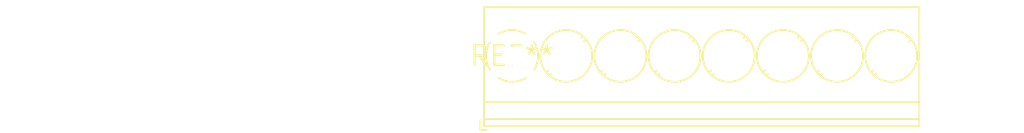
<source format=kicad_pcb>
(kicad_pcb (version 20240108) (generator pcbnew)
  (layers (0 "F.Cu" signal) (31 "B.Cu" signal) (34 "B.Paste" user) (35 "F.Paste" user) (36 "B.SilkS" user "B.Silkscreen") (37 "F.SilkS" user "F.Silkscreen") (38 "B.Mask" user) (39 "F.Mask" user) (44 "Edge.Cuts" user))
  (net 0 "")
  (footprint "TerminalBlock_Phoenix_PT-1,5-8-3.5-H_1x08_P3.50mm_Horizontal" (layer "F.Cu") (at 0 0)
    (property "Reference" "REF**")
    (property "Value" "TerminalBlock_Phoenix_PT-1,5-8-3.5-H_1x08_P3.50mm_Horizontal")
    (fp_line (start -2.05 4.16) (end -2.05 4.8) (layer "F.SilkS") (stroke (width 0.12)))
    (fp_line (start -2.05 4.8) (end -1.65 4.8) (layer "F.SilkS") (stroke (width 0.12)))
    (fp_line (start -1.81 -3.16) (end -1.81 4.56) (layer "F.SilkS") (stroke (width 0.12)))
    (fp_line (start -1.81 -3.16) (end 26.31 -3.16) (layer "F.SilkS") (stroke (width 0.12)))
    (fp_line (start -1.81 3) (end 26.31 3) (layer "F.SilkS") (stroke (width 0.12)))
    (fp_line (start -1.81 4.1) (end 26.31 4.1) (layer "F.SilkS") (stroke (width 0.12)))
    (fp_line (start -1.81 4.56) (end 26.31 4.56) (layer "F.SilkS") (stroke (width 0.12)))
    (fp_line (start 2.355 0.941) (end 2.226 1.069) (layer "F.SilkS") (stroke (width 0.12)))
    (fp_line (start 2.525 1.181) (end 2.431 1.274) (layer "F.SilkS") (stroke (width 0.12)))
    (fp_line (start 4.57 -1.275) (end 4.476 -1.181) (layer "F.SilkS") (stroke (width 0.12)))
    (fp_line (start 4.775 -1.069) (end 4.646 -0.941) (layer "F.SilkS") (stroke (width 0.12)))
    (fp_line (start 5.855 0.941) (end 5.726 1.069) (layer "F.SilkS") (stroke (width 0.12)))
    (fp_line (start 6.025 1.181) (end 5.931 1.274) (layer "F.SilkS") (stroke (width 0.12)))
    (fp_line (start 8.07 -1.275) (end 7.976 -1.181) (layer "F.SilkS") (stroke (width 0.12)))
    (fp_line (start 8.275 -1.069) (end 8.146 -0.941) (layer "F.SilkS") (stroke (width 0.12)))
    (fp_line (start 9.355 0.941) (end 9.226 1.069) (layer "F.SilkS") (stroke (width 0.12)))
    (fp_line (start 9.525 1.181) (end 9.431 1.274) (layer "F.SilkS") (stroke (width 0.12)))
    (fp_line (start 11.57 -1.275) (end 11.476 -1.181) (layer "F.SilkS") (stroke (width 0.12)))
    (fp_line (start 11.775 -1.069) (end 11.646 -0.941) (layer "F.SilkS") (stroke (width 0.12)))
    (fp_line (start 12.855 0.941) (end 12.726 1.069) (layer "F.SilkS") (stroke (width 0.12)))
    (fp_line (start 13.025 1.181) (end 12.931 1.274) (layer "F.SilkS") (stroke (width 0.12)))
    (fp_line (start 15.07 -1.275) (end 14.976 -1.181) (layer "F.SilkS") (stroke (width 0.12)))
    (fp_line (start 15.275 -1.069) (end 15.146 -0.941) (layer "F.SilkS") (stroke (width 0.12)))
    (fp_line (start 16.355 0.941) (end 16.226 1.069) (layer "F.SilkS") (stroke (width 0.12)))
    (fp_line (start 16.525 1.181) (end 16.431 1.274) (layer "F.SilkS") (stroke (width 0.12)))
    (fp_line (start 18.57 -1.275) (end 18.476 -1.181) (layer "F.SilkS") (stroke (width 0.12)))
    (fp_line (start 18.775 -1.069) (end 18.646 -0.941) (layer "F.SilkS") (stroke (width 0.12)))
    (fp_line (start 19.855 0.941) (end 19.726 1.069) (layer "F.SilkS") (stroke (width 0.12)))
    (fp_line (start 20.025 1.181) (end 19.931 1.274) (layer "F.SilkS") (stroke (width 0.12)))
    (fp_line (start 22.07 -1.275) (end 21.976 -1.181) (layer "F.SilkS") (stroke (width 0.12)))
    (fp_line (start 22.275 -1.069) (end 22.146 -0.941) (layer "F.SilkS") (stroke (width 0.12)))
    (fp_line (start 23.355 0.941) (end 23.226 1.069) (layer "F.SilkS") (stroke (width 0.12)))
    (fp_line (start 23.525 1.181) (end 23.431 1.274) (layer "F.SilkS") (stroke (width 0.12)))
    (fp_line (start 25.57 -1.275) (end 25.476 -1.181) (layer "F.SilkS") (stroke (width 0.12)))
    (fp_line (start 25.775 -1.069) (end 25.646 -0.941) (layer "F.SilkS") (stroke (width 0.12)))
    (fp_line (start 26.31 -3.16) (end 26.31 4.56) (layer "F.SilkS") (stroke (width 0.12)))
    (fp_arc (start -1.425358 0.889894) (mid -1.680286 0.014012) (end -1.44 -0.866) (layer "F.SilkS") (stroke (width 0.12)))
    (fp_arc (start -0.889894 -1.425358) (mid -0.014012 -1.680286) (end 0.866 -1.44) (layer "F.SilkS") (stroke (width 0.12)))
    (fp_arc (start 0.028674 1.680099) (mid -0.435535 1.622918) (end -0.866 1.44) (layer "F.SilkS") (stroke (width 0.12)))
    (fp_arc (start 0.890264 1.424721) (mid 0.463071 1.61492) (end 0 1.68) (layer "F.SilkS") (stroke (width 0.12)))
    (fp_arc (start 1.425504 -0.890193) (mid 1.680626 0.000476) (end 1.425 0.891) (layer "F.SilkS") (stroke (width 0.12)))
    (fp_circle (center 3.5 0) (end 5.18 0) (layer "F.SilkS") (stroke (width 0.12)) (fill none))
    (fp_circle (center 7 0) (end 8.68 0) (layer "F.SilkS") (stroke (width 0.12)) (fill none))
    (fp_circle (center 10.5 0) (end 12.18 0) (layer "F.SilkS") (stroke (width 0.12)) (fill none))
    (fp_circle (center 14 0) (end 15.68 0) (layer "F.SilkS") (stroke (width 0.12)) (fill none))
    (fp_circle (center 17.5 0) (end 19.18 0) (layer "F.SilkS") (stroke (width 0.12)) (fill none))
    (fp_circle (center 21 0) (end 22.68 0) (layer "F.SilkS") (stroke (width 0.12)) (fill none))
    (fp_circle (center 24.5 0) (end 26.18 0) (layer "F.SilkS") (stroke (width 0.12)) (fill none))
    (pad "1" thru_hole rect (at 0 0) (size 2.4 2.4) (drill 1.2) (layers *.Cu *.Mask) (remove_unused_layers))
    (pad "2" thru_hole circle (at 3.5 0) (size 2.4 2.4) (drill 1.2) (layers *.Cu *.Mask) (remove_unused_layers))
    (pad "3" thru_hole circle (at 7 0) (size 2.4 2.4) (drill 1.2) (layers *.Cu *.Mask) (remove_unused_layers))
    (pad "4" thru_hole circle (at 10.5 0) (size 2.4 2.4) (drill 1.2) (layers *.Cu *.Mask) (remove_unused_layers))
    (pad "5" thru_hole circle (at 14 0) (size 2.4 2.4) (drill 1.2) (layers *.Cu *.Mask) (remove_unused_layers))
    (pad "6" thru_hole circle (at 17.5 0) (size 2.4 2.4) (drill 1.2) (layers *.Cu *.Mask) (remove_unused_layers))
    (pad "7" thru_hole circle (at 21 0) (size 2.4 2.4) (drill 1.2) (layers *.Cu *.Mask) (remove_unused_layers))
    (pad "8" thru_hole circle (at 24.5 0) (size 2.4 2.4) (drill 1.2) (layers *.Cu *.Mask) (remove_unused_layers))
  )
)
</source>
